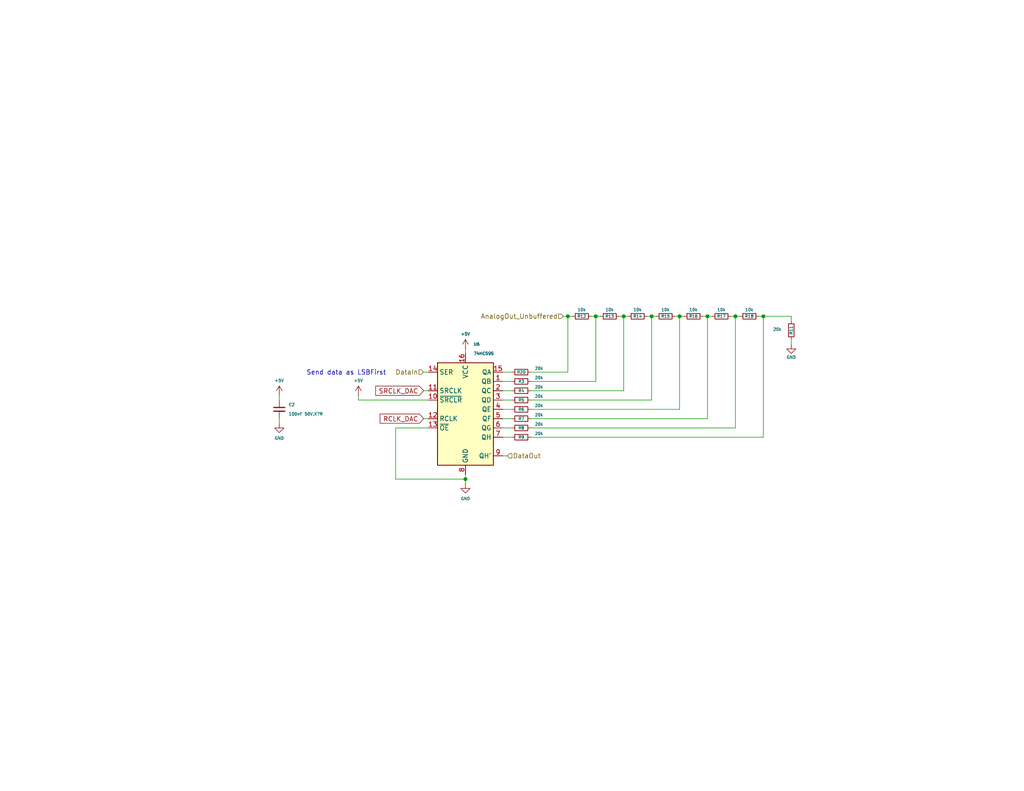
<source format=kicad_sch>
(kicad_sch (version 20231120) (generator "eeschema") (generator_version "8.0")
  (paper "USLetter")
  (lib_symbols
    (symbol "74xx:74HC595"
      (property "Reference" "U" (at -7.62 13.97 0))
      (property "Value" "74HC595" (at -7.62 -16.51 0))
      (symbol "74HC595_1_0"
        (pin tri_state line (at 10.16 7.62 180) (length 2.54) (name "QB") (number "1"))
        (pin input line (at -10.16 2.54 0) (length 2.54) (name "~{SRCLR}") (number "10"))
        (pin input line (at -10.16 5.08 0) (length 2.54) (name "SRCLK") (number "11"))
        (pin input line (at -10.16 -2.54 0) (length 2.54) (name "RCLK") (number "12"))
        (pin input line (at -10.16 -5.08 0) (length 2.54) (name "~{OE}") (number "13"))
        (pin input line (at -10.16 10.16 0) (length 2.54) (name "SER") (number "14"))
        (pin tri_state line (at 10.16 10.16 180) (length 2.54) (name "QA") (number "15"))
        (pin power_in line (at 0 15.24 270) (length 2.54) (name "VCC") (number "16"))
        (pin tri_state line (at 10.16 5.08 180) (length 2.54) (name "QC") (number "2"))
        (pin tri_state line (at 10.16 2.54 180) (length 2.54) (name "QD") (number "3"))
        (pin tri_state line (at 10.16 0 180) (length 2.54) (name "QE") (number "4"))
        (pin tri_state line (at 10.16 -2.54 180) (length 2.54) (name "QF") (number "5"))
        (pin tri_state line (at 10.16 -5.08 180) (length 2.54) (name "QG") (number "6"))
        (pin tri_state line (at 10.16 -7.62 180) (length 2.54) (name "QH") (number "7"))
        (pin power_in line (at 0 -17.78 90) (length 2.54) (name "GND") (number "8"))
        (pin output line (at 10.16 -12.7 180) (length 2.54) (name "QH'") (number "9"))
      )
      (symbol "74HC595_1_1"
        (rectangle (start -7.62 12.7) (end 7.62 -15.24) (stroke (width 0.254)) (fill (type background)))
      )
    )
    (symbol "jlcpcb-basic-capacitor:0805,100nF,50V,X7R "
      (property "Reference" "C" (at 1.71 0.508 0))
      (property "Value" "0805,100nF,50V,X7R " (at 1.71 -1.016 0))
      (symbol "0805,100nF,50V,X7R _0_0"
        (polyline (pts (xy -1.524 -0.508) (xy 1.524 -0.508)) (stroke (width 0.3048)))
        (polyline (pts (xy -1.524 0.508) (xy 1.524 0.508)) (stroke (width 0.3048)))
        (pin passive line (at 0 2.54 270) (length 2.032) (name "~") (number "1"))
        (pin passive line (at 0 -2.54 90) (length 2.032) (name "~") (number "2"))
      )
    )
    (symbol "jlcpcb-basic-resistor:0805,10k"
      (property "Reference" "R" (at 0.762 0.508 0))
      (property "Value" "0805,10k" (at 0.762 -1.016 0))
      (symbol "0805,10k_0_0"
        (rectangle (start -0.762 1.778) (end 0.762 -1.778) (stroke (width 0.2032)))
        (pin passive line (at 0 2.54 270) (length 0.762) (name "~") (number "1"))
        (pin passive line (at 0 -2.54 90) (length 0.762) (name "~") (number "2"))
      )
    )
    (symbol "jlcpcb-basic-resistor:0805,20k"
      (property "Reference" "R" (at 0.762 0.508 0))
      (property "Value" "0805,20k" (at 0.762 -1.016 0))
      (symbol "0805,20k_0_0"
        (rectangle (start -0.762 1.778) (end 0.762 -1.778) (stroke (width 0.2032)))
        (pin passive line (at 0 2.54 270) (length 0.762) (name "~") (number "1"))
        (pin passive line (at 0 -2.54 90) (length 0.762) (name "~") (number "2"))
      )
    )
    (symbol "power:+5V" (power) (pin_numbers hide) (pin_names (offset 0) hide)
      (property "Value" "+5V" (at 0 3.556 0))
      (symbol "+5V_0_1"
        (polyline (pts (xy -0.762 1.27) (xy 0 2.54)))
        (polyline (pts (xy 0 0) (xy 0 2.54)))
        (polyline (pts (xy 0 2.54) (xy 0.762 1.27)))
      )
      (symbol "+5V_1_1"
        (pin power_in line (at 0 0 90) (length 0) (name "~") (number "1"))
      )
    )
    (symbol "power:GND" (power) (pin_numbers hide) (pin_names (offset 0) hide)
      (property "Value" "GND" (at 0 -3.81 0))
      (symbol "GND_0_1"
        (polyline (pts (xy 0 0) (xy 0 -1.27) (xy 1.27 -1.27) (xy 0 -2.54) (xy -1.27 -1.27) (xy 0 -1.27)))
      )
      (symbol "GND_1_1"
        (pin power_in line (at 0 0 270) (length 0) (name "~") (number "1"))
      )
    )
  )
  (junction (at 170.18 86.36))
  (junction (at 185.42 86.36))
  (junction (at 127 130.81))
  (junction (at 208.28 86.36))
  (junction (at 193.04 86.36))
  (junction (at 162.56 86.36))
  (junction (at 154.94 86.36))
  (junction (at 200.66 86.36))
  (junction (at 177.8 86.36))
  (wire (pts (xy 139.7 111.76) (xy 137.16 111.76)))
  (wire (pts (xy 177.8 109.22) (xy 177.8 86.36)))
  (wire (pts (xy 185.42 111.76) (xy 185.42 86.36)))
  (wire (pts (xy 153.67 86.36) (xy 154.94 86.36)))
  (wire (pts (xy 208.28 119.38) (xy 208.28 86.36)))
  (wire (pts (xy 107.95 116.84) (xy 107.95 130.81)))
  (wire (pts (xy 144.78 114.3) (xy 193.04 114.3)))
  (wire (pts (xy 215.9 86.36) (xy 215.9 87.63)))
  (wire (pts (xy 184.15 86.36) (xy 185.42 86.36)))
  (wire (pts (xy 215.9 92.71) (xy 215.9 93.98)))
  (wire (pts (xy 154.94 101.6) (xy 154.94 86.36)))
  (wire (pts (xy 76.2 114.3) (xy 76.2 115.57)))
  (wire (pts (xy 179.07 86.36) (xy 177.8 86.36)))
  (wire (pts (xy 177.8 86.36) (xy 176.53 86.36)))
  (wire (pts (xy 144.78 109.22) (xy 177.8 109.22)))
  (wire (pts (xy 144.78 119.38) (xy 208.28 119.38)))
  (wire (pts (xy 115.57 114.3) (xy 116.84 114.3)))
  (wire (pts (xy 193.04 114.3) (xy 193.04 86.36)))
  (wire (pts (xy 139.7 116.84) (xy 137.16 116.84)))
  (wire (pts (xy 170.18 106.68) (xy 170.18 86.36)))
  (wire (pts (xy 208.28 86.36) (xy 207.01 86.36)))
  (wire (pts (xy 127 132.08) (xy 127 130.81)))
  (wire (pts (xy 97.79 107.95) (xy 97.79 109.22)))
  (wire (pts (xy 116.84 116.84) (xy 107.95 116.84)))
  (wire (pts (xy 139.7 109.22) (xy 137.16 109.22)))
  (wire (pts (xy 139.7 106.68) (xy 137.16 106.68)))
  (wire (pts (xy 194.31 86.36) (xy 193.04 86.36)))
  (wire (pts (xy 199.39 86.36) (xy 200.66 86.36)))
  (wire (pts (xy 200.66 116.84) (xy 200.66 86.36)))
  (wire (pts (xy 162.56 86.36) (xy 161.29 86.36)))
  (wire (pts (xy 115.57 106.68) (xy 116.84 106.68)))
  (wire (pts (xy 163.83 86.36) (xy 162.56 86.36)))
  (wire (pts (xy 144.78 116.84) (xy 200.66 116.84)))
  (wire (pts (xy 144.78 101.6) (xy 154.94 101.6)))
  (wire (pts (xy 144.78 106.68) (xy 170.18 106.68)))
  (wire (pts (xy 127 129.54) (xy 127 130.81)))
  (wire (pts (xy 115.57 101.6) (xy 116.84 101.6)))
  (wire (pts (xy 144.78 111.76) (xy 185.42 111.76)))
  (wire (pts (xy 162.56 104.14) (xy 162.56 86.36)))
  (wire (pts (xy 139.7 114.3) (xy 137.16 114.3)))
  (wire (pts (xy 127 95.25) (xy 127 96.52)))
  (wire (pts (xy 139.7 104.14) (xy 137.16 104.14)))
  (wire (pts (xy 76.2 107.95) (xy 76.2 109.22)))
  (wire (pts (xy 170.18 86.36) (xy 171.45 86.36)))
  (wire (pts (xy 139.7 119.38) (xy 137.16 119.38)))
  (wire (pts (xy 144.78 104.14) (xy 162.56 104.14)))
  (wire (pts (xy 107.95 130.81) (xy 127 130.81)))
  (wire (pts (xy 97.79 109.22) (xy 116.84 109.22)))
  (wire (pts (xy 215.9 86.36) (xy 208.28 86.36)))
  (wire (pts (xy 137.16 124.46) (xy 138.43 124.46)))
  (wire (pts (xy 154.94 86.36) (xy 156.21 86.36)))
  (wire (pts (xy 193.04 86.36) (xy 191.77 86.36)))
  (wire (pts (xy 139.7 101.6) (xy 137.16 101.6)))
  (wire (pts (xy 200.66 86.36) (xy 201.93 86.36)))
  (wire (pts (xy 168.91 86.36) (xy 170.18 86.36)))
  (wire (pts (xy 185.42 86.36) (xy 186.69 86.36)))
  (text "Send data as LSBFirst" (at 94.488 101.854 0) (effects (font (size 1.27 1.27))))
  (global_label "SRCLK_DAC" (shape input) (at 115.57 106.68 180) (property "Intersheetrefs" "${INTERSHEET_REFS}" (effects (hide yes))))
  (global_label "RCLK_DAC" (shape input) (at 115.57 114.3 180) (property "Intersheetrefs" "${INTERSHEET_REFS}" (effects (hide yes))))
  (hierarchical_label "AnalogOut_Unbuffered" (shape input) (at 153.67 86.36 180))
  (hierarchical_label "DataIn" (shape input) (at 115.57 101.6 180))
  (hierarchical_label "DataOut" (shape input) (at 138.43 124.46 0))
  (symbol (lib_id "jlcpcb-basic-resistor:0805,10k") (at 181.61 86.36 90) (unit 1)
    (property "Reference" "R15" (at 181.5766 86.3601 90) (effects (font (size 0.8 0.8))))
    (property "Value" "10k" (at 181.5766 84.5821 90) (effects (font (size 0.8 0.8))))
    (property "Footprint" "Resistor_SMD:R_0805_2012Metric" (effects (hide yes)))
    (property "Datasheet" "https://datasheet.lcsc.com/lcsc/2110251730_UNI-ROYAL-Uniroyal-Elec-0805W8F1002T5E_C17414.pdf" (effects (hide yes)))
    (property "Description" "1% 1 8W Thick Film Resistors 150V   100ppm    -55    155   10k   0805 Chip Resistor - Surface Mount ROHS" (effects (hide yes)))
    (property "LCSC" "C17414" (effects (hide yes)))
    (property "MFG" "UNI-ROYAL(Uniroyal Elec)" (effects (hide yes)))
    (property "MFGPN" "0805W8F1002T5E" (effects (hide yes)))
    (property "Digikey PN" "RMCF0805FT10K0CT-ND" (effects (hide yes)))
    (instances (project "MCUModule" (path "" (reference "R15") (unit 1)) (path "" (reference "R31") (unit 1))))
  )
  (symbol (lib_id "jlcpcb-basic-resistor:0805,20k") (at 215.9 90.17 180) (unit 1)
    (property "Reference" "R11" (at 215.9 90.17 90) (effects (font (size 0.8 0.8))))
    (property "Value" "20k" (at 212.09 89.916 0) (effects (font (size 0.8 0.8))))
    (property "Footprint" "Resistor_SMD:R_0805_2012Metric" (effects (hide yes)))
    (property "Datasheet" "https://datasheet.lcsc.com/lcsc/2110251730_UNI-ROYAL-Uniroyal-Elec-0805W8F2002T5E_C4328.pdf" (effects (hide yes)))
    (property "Description" "1% 125mW Thick Film Resistors 150V   100ppm    -55    155   20k   0805 Chip Resistor - Surface Mount ROHS" (effects (hide yes)))
    (property "LCSC" "C4328" (effects (hide yes)))
    (property "MFG" "UNI-ROYAL(Uniroyal Elec)" (effects (hide yes)))
    (property "MFGPN" "0805W8F2002T5E" (effects (hide yes)))
    (property "Digikey PN" "RMCF0805FT20K0CT-ND" (effects (hide yes)))
    (instances (project "MCUModule" (path "" (reference "R11") (unit 1)) (path "" (reference "R35") (unit 1))))
  )
  (symbol (lib_id "power:+5V") (at 76.2 107.95 0) (unit 1)
    (property "Reference" "#PWR07" (effects (hide yes)))
    (property "Value" "+5V" (at 76.2 103.886 0) (effects (font (size 0.8 0.8))))
    (property "Description" "Power symbol creates a global label with name \"+5V\"" (effects (hide yes)))
    (instances (project "MCUModule" (path "" (reference "#PWR07") (unit 1)) (path "" (reference "#PWR09") (unit 1))))
  )
  (symbol (lib_id "jlcpcb-basic-resistor:0805,10k") (at 173.99 86.36 90) (unit 1)
    (property "Reference" "R14" (at 173.9566 86.3601 90) (effects (font (size 0.8 0.8))))
    (property "Value" "10k" (at 173.9566 84.5821 90) (effects (font (size 0.8 0.8))))
    (property "Footprint" "Resistor_SMD:R_0805_2012Metric" (effects (hide yes)))
    (property "Datasheet" "https://datasheet.lcsc.com/lcsc/2110251730_UNI-ROYAL-Uniroyal-Elec-0805W8F1002T5E_C17414.pdf" (effects (hide yes)))
    (property "Description" "1% 1 8W Thick Film Resistors 150V   100ppm    -55    155   10k   0805 Chip Resistor - Surface Mount ROHS" (effects (hide yes)))
    (property "LCSC" "C17414" (effects (hide yes)))
    (property "MFG" "UNI-ROYAL(Uniroyal Elec)" (effects (hide yes)))
    (property "MFGPN" "0805W8F1002T5E" (effects (hide yes)))
    (property "Digikey PN" "RMCF0805FT10K0CT-ND" (effects (hide yes)))
    (instances (project "MCUModule" (path "" (reference "R14") (unit 1)) (path "" (reference "R30") (unit 1))))
  )
  (symbol (lib_id "jlcpcb-basic-resistor:0805,20k") (at 142.24 106.68 90) (unit 1)
    (property "Reference" "R4" (at 142.24 106.68 90) (effects (font (size 0.8 0.8))))
    (property "Value" "20k" (at 147.066 105.664 90) (effects (font (size 0.8 0.8))))
    (property "Footprint" "Resistor_SMD:R_0805_2012Metric" (effects (hide yes)))
    (property "Datasheet" "https://datasheet.lcsc.com/lcsc/2110251730_UNI-ROYAL-Uniroyal-Elec-0805W8F2002T5E_C4328.pdf" (effects (hide yes)))
    (property "Description" "1% 125mW Thick Film Resistors 150V   100ppm    -55    155   20k   0805 Chip Resistor - Surface Mount ROHS" (effects (hide yes)))
    (property "LCSC" "C4328" (effects (hide yes)))
    (property "MFG" "UNI-ROYAL(Uniroyal Elec)" (effects (hide yes)))
    (property "MFGPN" "0805W8F2002T5E" (effects (hide yes)))
    (property "Digikey PN" "RMCF0805FT20K0CT-ND" (effects (hide yes)))
    (instances (project "MCUModule" (path "" (reference "R4") (unit 1)) (path "" (reference "R22") (unit 1))))
  )
  (symbol (lib_id "power:+5V") (at 127 95.25 0) (unit 1)
    (property "Reference" "#PWR011" (effects (hide yes)))
    (property "Value" "+5V" (at 127 91.186 0) (effects (font (size 0.8 0.8))))
    (property "Description" "Power symbol creates a global label with name \"+5V\"" (effects (hide yes)))
    (instances (project "MCUModule" (path "" (reference "#PWR011") (unit 1)) (path "" (reference "#PWR06") (unit 1))))
  )
  (symbol (lib_id "jlcpcb-basic-capacitor:0805,100nF,50V,X7R ") (at 76.2 111.76 0) (unit 1)
    (property "Reference" "C2" (at 78.74 110.4899 0) (effects (font (size 0.8 0.8)) (justify left)))
    (property "Value" "100nF 50V,X7R " (at 78.74 113.0299 0) (effects (font (size 0.8 0.8)) (justify left)))
    (property "Footprint" "Capacitor_SMD:C_0805_2012Metric" (effects (hide yes)))
    (property "Datasheet" "https://datasheet.lcsc.com/lcsc/1810101813_YAGEO-CC0805KRX7R9BB104_C49678.pdf" (effects (hide yes)))
    (property "Description" "50V 100nF X7R   10% 0805 Multilayer Ceramic Capacitors MLCC - SMD SMT ROHS" (effects (hide yes)))
    (property "LCSC" "C49678" (effects (hide yes)))
    (property "MFG" "YAGEO" (effects (hide yes)))
    (property "MFGPN" "CC0805KRX7R9BB104" (effects (hide yes)))
    (property "Digikey PN" "1276-1003-1-ND" (effects (hide yes)))
    (instances (project "MCUModule" (path "" (reference "C2") (unit 1)) (path "" (reference "C1") (unit 1))))
  )
  (symbol (lib_id "power:GND") (at 76.2 115.57 0) (unit 1)
    (property "Reference" "#PWR08" (effects (hide yes)))
    (property "Value" "GND" (at 76.2 119.634 0) (effects (font (size 0.8 0.8))))
    (property "Description" "Power symbol creates a global label with name \"GND\" , ground" (effects (hide yes)))
    (instances (project "MCUModule" (path "" (reference "#PWR08") (unit 1)) (path "" (reference "#PWR010") (unit 1))))
  )
  (symbol (lib_id "power:+5V") (at 97.79 107.95 0) (unit 1)
    (property "Reference" "#PWR036" (effects (hide yes)))
    (property "Value" "+5V" (at 97.79 103.886 0) (effects (font (size 0.8 0.8))))
    (property "Description" "Power symbol creates a global label with name \"+5V\"" (effects (hide yes)))
    (instances (project "MCUModule" (path "" (reference "#PWR036") (unit 1)) (path "" (reference "#PWR037") (unit 1))))
  )
  (symbol (lib_id "jlcpcb-basic-resistor:0805,10k") (at 189.23 86.36 90) (unit 1)
    (property "Reference" "R16" (at 189.1966 86.3601 90) (effects (font (size 0.8 0.8))))
    (property "Value" "10k" (at 189.1966 84.5821 90) (effects (font (size 0.8 0.8))))
    (property "Footprint" "Resistor_SMD:R_0805_2012Metric" (effects (hide yes)))
    (property "Datasheet" "https://datasheet.lcsc.com/lcsc/2110251730_UNI-ROYAL-Uniroyal-Elec-0805W8F1002T5E_C17414.pdf" (effects (hide yes)))
    (property "Description" "1% 1 8W Thick Film Resistors 150V   100ppm    -55    155   10k   0805 Chip Resistor - Surface Mount ROHS" (effects (hide yes)))
    (property "LCSC" "C17414" (effects (hide yes)))
    (property "MFG" "UNI-ROYAL(Uniroyal Elec)" (effects (hide yes)))
    (property "MFGPN" "0805W8F1002T5E" (effects (hide yes)))
    (property "Digikey PN" "RMCF0805FT10K0CT-ND" (effects (hide yes)))
    (instances (project "MCUModule" (path "" (reference "R16") (unit 1)) (path "" (reference "R32") (unit 1))))
  )
  (symbol (lib_id "jlcpcb-basic-resistor:0805,10k") (at 204.47 86.36 90) (unit 1)
    (property "Reference" "R18" (at 204.4366 86.3601 90) (effects (font (size 0.8 0.8))))
    (property "Value" "10k" (at 204.4366 84.5821 90) (effects (font (size 0.8 0.8))))
    (property "Footprint" "Resistor_SMD:R_0805_2012Metric" (effects (hide yes)))
    (property "Datasheet" "https://datasheet.lcsc.com/lcsc/2110251730_UNI-ROYAL-Uniroyal-Elec-0805W8F1002T5E_C17414.pdf" (effects (hide yes)))
    (property "Description" "1% 1 8W Thick Film Resistors 150V   100ppm    -55    155   10k   0805 Chip Resistor - Surface Mount ROHS" (effects (hide yes)))
    (property "LCSC" "C17414" (effects (hide yes)))
    (property "MFG" "UNI-ROYAL(Uniroyal Elec)" (effects (hide yes)))
    (property "MFGPN" "0805W8F1002T5E" (effects (hide yes)))
    (property "Digikey PN" "RMCF0805FT10K0CT-ND" (effects (hide yes)))
    (instances (project "MCUModule" (path "" (reference "R18") (unit 1)) (path "" (reference "R34") (unit 1))))
  )
  (symbol (lib_id "jlcpcb-basic-resistor:0805,10k") (at 196.85 86.36 90) (unit 1)
    (property "Reference" "R17" (at 196.8166 86.3601 90) (effects (font (size 0.8 0.8))))
    (property "Value" "10k" (at 196.8166 84.5821 90) (effects (font (size 0.8 0.8))))
    (property "Footprint" "Resistor_SMD:R_0805_2012Metric" (effects (hide yes)))
    (property "Datasheet" "https://datasheet.lcsc.com/lcsc/2110251730_UNI-ROYAL-Uniroyal-Elec-0805W8F1002T5E_C17414.pdf" (effects (hide yes)))
    (property "Description" "1% 1 8W Thick Film Resistors 150V   100ppm    -55    155   10k   0805 Chip Resistor - Surface Mount ROHS" (effects (hide yes)))
    (property "LCSC" "C17414" (effects (hide yes)))
    (property "MFG" "UNI-ROYAL(Uniroyal Elec)" (effects (hide yes)))
    (property "MFGPN" "0805W8F1002T5E" (effects (hide yes)))
    (property "Digikey PN" "RMCF0805FT10K0CT-ND" (effects (hide yes)))
    (instances (project "MCUModule" (path "" (reference "R17") (unit 1)) (path "" (reference "R33") (unit 1))))
  )
  (symbol (lib_id "power:GND") (at 127 132.08 0) (unit 1)
    (property "Reference" "#PWR012" (effects (hide yes)))
    (property "Value" "GND" (at 127 136.144 0) (effects (font (size 0.8 0.8))))
    (property "Description" "Power symbol creates a global label with name \"GND\" , ground" (effects (hide yes)))
    (instances (project "MCUModule" (path "" (reference "#PWR012") (unit 1)) (path "" (reference "#PWR05") (unit 1))))
  )
  (symbol (lib_id "jlcpcb-basic-resistor:0805,10k") (at 166.37 86.36 90) (unit 1)
    (property "Reference" "R13" (at 166.3366 86.3601 90) (effects (font (size 0.8 0.8))))
    (property "Value" "10k" (at 166.3366 84.5821 90) (effects (font (size 0.8 0.8))))
    (property "Footprint" "Resistor_SMD:R_0805_2012Metric" (effects (hide yes)))
    (property "Datasheet" "https://datasheet.lcsc.com/lcsc/2110251730_UNI-ROYAL-Uniroyal-Elec-0805W8F1002T5E_C17414.pdf" (effects (hide yes)))
    (property "Description" "1% 1 8W Thick Film Resistors 150V   100ppm    -55    155   10k   0805 Chip Resistor - Surface Mount ROHS" (effects (hide yes)))
    (property "LCSC" "C17414" (effects (hide yes)))
    (property "MFG" "UNI-ROYAL(Uniroyal Elec)" (effects (hide yes)))
    (property "MFGPN" "0805W8F1002T5E" (effects (hide yes)))
    (property "Digikey PN" "RMCF0805FT10K0CT-ND" (effects (hide yes)))
    (instances (project "MCUModule" (path "" (reference "R13") (unit 1)) (path "" (reference "R29") (unit 1))))
  )
  (symbol (lib_id "jlcpcb-basic-resistor:0805,20k") (at 142.24 119.38 90) (unit 1)
    (property "Reference" "R9" (at 142.24 119.38 90) (effects (font (size 0.8 0.8))))
    (property "Value" "20k" (at 147.066 118.364 90) (effects (font (size 0.8 0.8))))
    (property "Footprint" "Resistor_SMD:R_0805_2012Metric" (effects (hide yes)))
    (property "Datasheet" "https://datasheet.lcsc.com/lcsc/2110251730_UNI-ROYAL-Uniroyal-Elec-0805W8F2002T5E_C4328.pdf" (effects (hide yes)))
    (property "Description" "1% 125mW Thick Film Resistors 150V   100ppm    -55    155   20k   0805 Chip Resistor - Surface Mount ROHS" (effects (hide yes)))
    (property "LCSC" "C4328" (effects (hide yes)))
    (property "MFG" "UNI-ROYAL(Uniroyal Elec)" (effects (hide yes)))
    (property "MFGPN" "0805W8F2002T5E" (effects (hide yes)))
    (property "Digikey PN" "RMCF0805FT20K0CT-ND" (effects (hide yes)))
    (instances (project "MCUModule" (path "" (reference "R9") (unit 1)) (path "" (reference "R27") (unit 1))))
  )
  (symbol (lib_id "jlcpcb-basic-resistor:0805,20k") (at 142.24 109.22 90) (unit 1)
    (property "Reference" "R5" (at 142.24 109.22 90) (effects (font (size 0.8 0.8))))
    (property "Value" "20k" (at 147.066 108.204 90) (effects (font (size 0.8 0.8))))
    (property "Footprint" "Resistor_SMD:R_0805_2012Metric" (effects (hide yes)))
    (property "Datasheet" "https://datasheet.lcsc.com/lcsc/2110251730_UNI-ROYAL-Uniroyal-Elec-0805W8F2002T5E_C4328.pdf" (effects (hide yes)))
    (property "Description" "1% 125mW Thick Film Resistors 150V   100ppm    -55    155   20k   0805 Chip Resistor - Surface Mount ROHS" (effects (hide yes)))
    (property "LCSC" "C4328" (effects (hide yes)))
    (property "MFG" "UNI-ROYAL(Uniroyal Elec)" (effects (hide yes)))
    (property "MFGPN" "0805W8F2002T5E" (effects (hide yes)))
    (property "Digikey PN" "RMCF0805FT20K0CT-ND" (effects (hide yes)))
    (instances (project "MCUModule" (path "" (reference "R5") (unit 1)) (path "" (reference "R23") (unit 1))))
  )
  (symbol (lib_id "power:GND") (at 215.9 93.98 0) (unit 1)
    (property "Reference" "#PWR04" (effects (hide yes)))
    (property "Value" "GND" (at 215.9 97.536 0) (effects (font (size 0.8 0.8))))
    (property "Description" "Power symbol creates a global label with name \"GND\" , ground" (effects (hide yes)))
    (instances (project "MCUModule" (path "" (reference "#PWR04") (unit 1)) (path "" (reference "#PWR013") (unit 1))))
  )
  (symbol (lib_id "jlcpcb-basic-resistor:0805,20k") (at 142.24 104.14 90) (unit 1)
    (property "Reference" "R3" (at 142.24 104.14 90) (effects (font (size 0.8 0.8))))
    (property "Value" "20k" (at 147.066 103.124 90) (effects (font (size 0.8 0.8))))
    (property "Footprint" "Resistor_SMD:R_0805_2012Metric" (effects (hide yes)))
    (property "Datasheet" "https://datasheet.lcsc.com/lcsc/2110251730_UNI-ROYAL-Uniroyal-Elec-0805W8F2002T5E_C4328.pdf" (effects (hide yes)))
    (property "Description" "1% 125mW Thick Film Resistors 150V   100ppm    -55    155   20k   0805 Chip Resistor - Surface Mount ROHS" (effects (hide yes)))
    (property "LCSC" "C4328" (effects (hide yes)))
    (property "MFG" "UNI-ROYAL(Uniroyal Elec)" (effects (hide yes)))
    (property "MFGPN" "0805W8F2002T5E" (effects (hide yes)))
    (property "Digikey PN" "RMCF0805FT20K0CT-ND" (effects (hide yes)))
    (instances (project "MCUModule" (path "" (reference "R3") (unit 1)) (path "" (reference "R21") (unit 1))))
  )
  (symbol (lib_id "jlcpcb-basic-resistor:0805,20k") (at 142.24 114.3 90) (unit 1)
    (property "Reference" "R7" (at 142.24 114.3 90) (effects (font (size 0.8 0.8))))
    (property "Value" "20k" (at 147.066 113.284 90) (effects (font (size 0.8 0.8))))
    (property "Footprint" "Resistor_SMD:R_0805_2012Metric" (effects (hide yes)))
    (property "Datasheet" "https://datasheet.lcsc.com/lcsc/2110251730_UNI-ROYAL-Uniroyal-Elec-0805W8F2002T5E_C4328.pdf" (effects (hide yes)))
    (property "Description" "1% 125mW Thick Film Resistors 150V   100ppm    -55    155   20k   0805 Chip Resistor - Surface Mount ROHS" (effects (hide yes)))
    (property "LCSC" "C4328" (effects (hide yes)))
    (property "MFG" "UNI-ROYAL(Uniroyal Elec)" (effects (hide yes)))
    (property "MFGPN" "0805W8F2002T5E" (effects (hide yes)))
    (property "Digikey PN" "RMCF0805FT20K0CT-ND" (effects (hide yes)))
    (instances (project "MCUModule" (path "" (reference "R7") (unit 1)) (path "" (reference "R25") (unit 1))))
  )
  (symbol (lib_id "74xx:74HC595") (at 127 111.76 0) (unit 1)
    (property "Reference" "U6" (at 129.1941 93.98 0) (effects (font (size 0.8 0.8)) (justify left)))
    (property "Value" "74HC595" (at 129.1941 96.52 0) (effects (font (size 0.8 0.8)) (justify left)))
    (property "Footprint" "Package_DIP:DIP-16_W7.62mm_Socket" (effects (hide yes)))
    (property "Datasheet" "http://www.ti.com/lit/ds/symlink/sn74hc595.pdf" (effects (hide yes)))
    (property "Description" "8-bit serial in/out Shift Register 3-State Outputs" (effects (hide yes)))
    (property "Digikey PN" "296-33112-5-ND" (effects (hide yes)))
    (instances (project "MCUModule" (path "" (reference "U6") (unit 1)) (path "" (reference "U3") (unit 1))))
  )
  (symbol (lib_id "jlcpcb-basic-resistor:0805,10k") (at 158.75 86.36 90) (unit 1)
    (property "Reference" "R12" (at 158.7166 86.3601 90) (effects (font (size 0.8 0.8))))
    (property "Value" "10k" (at 158.7166 84.5821 90) (effects (font (size 0.8 0.8))))
    (property "Footprint" "Resistor_SMD:R_0805_2012Metric" (effects (hide yes)))
    (property "Datasheet" "https://datasheet.lcsc.com/lcsc/2110251730_UNI-ROYAL-Uniroyal-Elec-0805W8F1002T5E_C17414.pdf" (effects (hide yes)))
    (property "Description" "1% 1 8W Thick Film Resistors 150V   100ppm    -55    155   10k   0805 Chip Resistor - Surface Mount ROHS" (effects (hide yes)))
    (property "LCSC" "C17414" (effects (hide yes)))
    (property "MFG" "UNI-ROYAL(Uniroyal Elec)" (effects (hide yes)))
    (property "MFGPN" "0805W8F1002T5E" (effects (hide yes)))
    (property "Digikey PN" "RMCF0805FT10K0CT-ND" (effects (hide yes)))
    (instances (project "MCUModule" (path "" (reference "R12") (unit 1)) (path "" (reference "R28") (unit 1))))
  )
  (symbol (lib_id "jlcpcb-basic-resistor:0805,20k") (at 142.24 116.84 90) (unit 1)
    (property "Reference" "R8" (at 142.24 116.84 90) (effects (font (size 0.8 0.8))))
    (property "Value" "20k" (at 147.066 115.824 90) (effects (font (size 0.8 0.8))))
    (property "Footprint" "Resistor_SMD:R_0805_2012Metric" (effects (hide yes)))
    (property "Datasheet" "https://datasheet.lcsc.com/lcsc/2110251730_UNI-ROYAL-Uniroyal-Elec-0805W8F2002T5E_C4328.pdf" (effects (hide yes)))
    (property "Description" "1% 125mW Thick Film Resistors 150V   100ppm    -55    155   20k   0805 Chip Resistor - Surface Mount ROHS" (effects (hide yes)))
    (property "LCSC" "C4328" (effects (hide yes)))
    (property "MFG" "UNI-ROYAL(Uniroyal Elec)" (effects (hide yes)))
    (property "MFGPN" "0805W8F2002T5E" (effects (hide yes)))
    (property "Digikey PN" "RMCF0805FT20K0CT-ND" (effects (hide yes)))
    (instances (project "MCUModule" (path "" (reference "R8") (unit 1)) (path "" (reference "R26") (unit 1))))
  )
  (symbol (lib_id "jlcpcb-basic-resistor:0805,20k") (at 142.24 101.6 90) (unit 1)
    (property "Reference" "R20" (at 142.24 101.6 90) (effects (font (size 0.8 0.8))))
    (property "Value" "20k" (at 147.066 100.584 90) (effects (font (size 0.8 0.8))))
    (property "Footprint" "Resistor_SMD:R_0805_2012Metric" (effects (hide yes)))
    (property "Datasheet" "https://datasheet.lcsc.com/lcsc/2110251730_UNI-ROYAL-Uniroyal-Elec-0805W8F2002T5E_C4328.pdf" (effects (hide yes)))
    (property "Description" "1% 125mW Thick Film Resistors 150V   100ppm    -55    155   20k   0805 Chip Resistor - Surface Mount ROHS" (effects (hide yes)))
    (property "LCSC" "C4328" (effects (hide yes)))
    (property "MFG" "UNI-ROYAL(Uniroyal Elec)" (effects (hide yes)))
    (property "MFGPN" "0805W8F2002T5E" (effects (hide yes)))
    (property "Digikey PN" "RMCF0805FT20K0CT-ND" (effects (hide yes)))
    (instances (project "MCUModule" (path "" (reference "R20") (unit 1)) (path "" (reference "R2") (unit 1))))
  )
  (symbol (lib_id "jlcpcb-basic-resistor:0805,20k") (at 142.24 111.76 90) (unit 1)
    (property "Reference" "R6" (at 142.24 111.76 90) (effects (font (size 0.8 0.8))))
    (property "Value" "20k" (at 147.066 110.744 90) (effects (font (size 0.8 0.8))))
    (property "Footprint" "Resistor_SMD:R_0805_2012Metric" (effects (hide yes)))
    (property "Datasheet" "https://datasheet.lcsc.com/lcsc/2110251730_UNI-ROYAL-Uniroyal-Elec-0805W8F2002T5E_C4328.pdf" (effects (hide yes)))
    (property "Description" "1% 125mW Thick Film Resistors 150V   100ppm    -55    155   20k   0805 Chip Resistor - Surface Mount ROHS" (effects (hide yes)))
    (property "LCSC" "C4328" (effects (hide yes)))
    (property "MFG" "UNI-ROYAL(Uniroyal Elec)" (effects (hide yes)))
    (property "MFGPN" "0805W8F2002T5E" (effects (hide yes)))
    (property "Digikey PN" "RMCF0805FT20K0CT-ND" (effects (hide yes)))
    (instances (project "MCUModule" (path "" (reference "R6") (unit 1)) (path "" (reference "R24") (unit 1))))
  )
)
</source>
